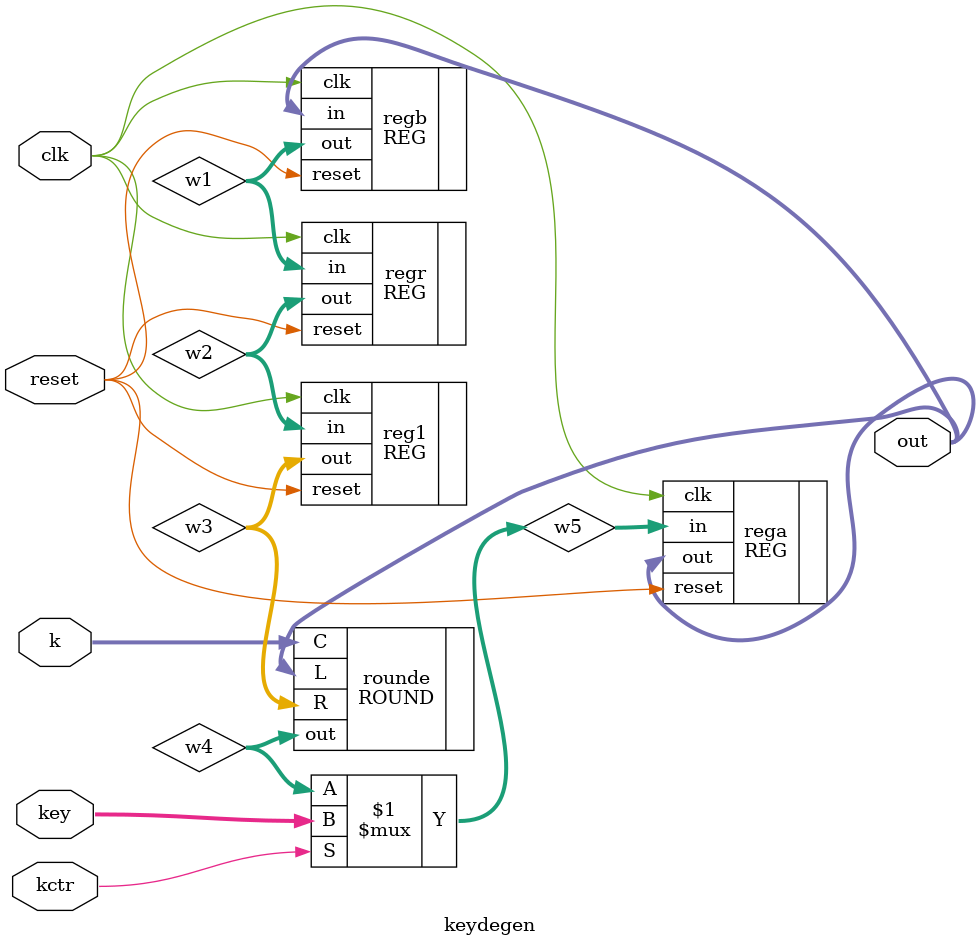
<source format=v>
`timescale 1ns / 1ps


`timescale 1ns / 1ps

module keydegen #(parameter DATAW = 10)
               (input [(DATAW-1):0]key,
                input [(DATAW-1):0]k,
                output [(DATAW-1):0]out,
                input kctr,
                input clk,
                input reset
                );

wire [(DATAW-1):0] w1,w2,w3,w4,w5,w6;

assign w5 = kctr?key:w4;

                        
REG #(.DATAW(DATAW)) 
    rega(.clk(clk),
         .in(w5),
         .out(out),
         .reset(reset));
         
REG #(.DATAW(DATAW)) 
    regb(.clk(clk),
         .in(out),
         .out(w1),
         .reset(reset));
         
REG #(.DATAW(DATAW)) 
    regr(.clk(clk),
         .in(w1),
         .out(w2),
         .reset(reset));

REG #(.DATAW(DATAW)) 
    reg1(.clk(clk),
         .in(w2),
         .out(w3),
         .reset(reset));
         
ROUND #(.DATAW(DATAW)) 
    rounde(.L(out),
           .R(w3),
           .C(k),
           .out(w4));

endmodule
</source>
